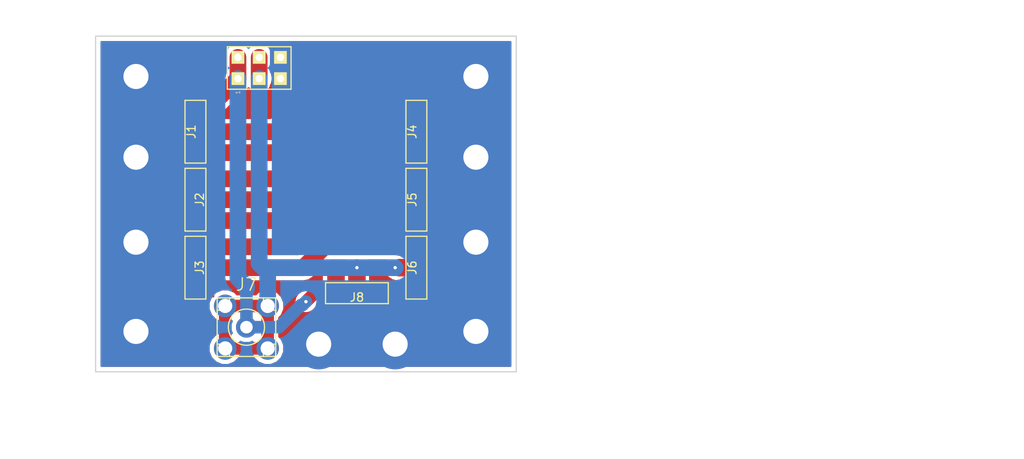
<source format=kicad_pcb>
(kicad_pcb (version 4) (host pcbnew 4.0.3-stable)

  (general
    (links 32)
    (no_connects 0)
    (area 0.178999 -40.461001 50.621001 -0.178999)
    (thickness 1.6)
    (drawings 4)
    (tracks 54)
    (zones 0)
    (modules 19)
    (nets 11)
  )

  (page A4)
  (layers
    (0 F.Cu signal)
    (31 B.Cu signal)
    (32 B.Adhes user)
    (33 F.Adhes user)
    (34 B.Paste user)
    (35 F.Paste user)
    (36 B.SilkS user)
    (37 F.SilkS user)
    (38 B.Mask user)
    (39 F.Mask user)
    (40 Dwgs.User user)
    (41 Cmts.User user)
    (42 Eco1.User user)
    (43 Eco2.User user)
    (44 Edge.Cuts user)
    (45 Margin user)
    (46 B.CrtYd user)
    (47 F.CrtYd user)
    (48 B.Fab user)
    (49 F.Fab user)
  )

  (setup
    (last_trace_width 1.5)
    (user_trace_width 0.5)
    (user_trace_width 0.8)
    (user_trace_width 0.9)
    (user_trace_width 1)
    (user_trace_width 1.2)
    (user_trace_width 1.5)
    (user_trace_width 2)
    (trace_clearance 0.3)
    (zone_clearance 0.508)
    (zone_45_only no)
    (trace_min 0.2)
    (segment_width 0.2)
    (edge_width 0.15)
    (via_size 0.8)
    (via_drill 0.4)
    (via_min_size 0.4)
    (via_min_drill 0.3)
    (uvia_size 0.3)
    (uvia_drill 0.1)
    (uvias_allowed no)
    (uvia_min_size 0.2)
    (uvia_min_drill 0.1)
    (pcb_text_width 0.3)
    (pcb_text_size 1.5 1.5)
    (mod_edge_width 0.15)
    (mod_text_size 1 1)
    (mod_text_width 0.15)
    (pad_size 6 6)
    (pad_drill 3)
    (pad_to_mask_clearance 0.2)
    (aux_axis_origin 0 0)
    (visible_elements 7FFFFF7F)
    (pcbplotparams
      (layerselection 0x00030_80000001)
      (usegerberextensions false)
      (excludeedgelayer true)
      (linewidth 0.500000)
      (plotframeref false)
      (viasonmask false)
      (mode 1)
      (useauxorigin false)
      (hpglpennumber 1)
      (hpglpenspeed 20)
      (hpglpendiameter 15)
      (hpglpenoverlay 2)
      (psnegative false)
      (psa4output false)
      (plotreference true)
      (plotvalue true)
      (plotinvisibletext false)
      (padsonsilk false)
      (subtractmaskfromsilk false)
      (outputformat 1)
      (mirror false)
      (drillshape 1)
      (scaleselection 1)
      (outputdirectory ""))
  )

  (net 0 "")
  (net 1 /2)
  (net 2 /1)
  (net 3 /OUT1)
  (net 4 /5)
  (net 5 /4)
  (net 6 /3)
  (net 7 GND)
  (net 8 /7)
  (net 9 /6)
  (net 10 /OUT2)

  (net_class Default "Toto je výchozí třída sítě."
    (clearance 0.3)
    (trace_width 0.25)
    (via_dia 0.8)
    (via_drill 0.4)
    (uvia_dia 0.3)
    (uvia_drill 0.1)
    (add_net /1)
    (add_net /2)
    (add_net /3)
    (add_net /4)
    (add_net /5)
    (add_net /6)
    (add_net /7)
    (add_net /OUT1)
    (add_net /OUT2)
    (add_net GND)
  )

  (module Mlab_CON:AVX_009175003001006 (layer F.Cu) (tedit 57D650B6) (tstamp 57D67150)
    (at 12.192 -20.828 90)
    (descr Punch_down_block)
    (path /57D68066)
    (fp_text reference J2 (at 0 0.5 90) (layer F.SilkS)
      (effects (font (size 1 1) (thickness 0.15)))
    )
    (fp_text value CONN_3 (at 0 -0.5 90) (layer F.Fab)
      (effects (font (size 1 1) (thickness 0.15)))
    )
    (fp_line (start -3.75 -1.25) (end 3.75 -1.25) (layer F.SilkS) (width 0.15))
    (fp_line (start 3.75 -1.25) (end 3.75 1.25) (layer F.SilkS) (width 0.15))
    (fp_line (start 3.75 1.25) (end -3.75 1.25) (layer F.SilkS) (width 0.15))
    (fp_line (start -3.75 1.25) (end -3.75 -1.25) (layer F.SilkS) (width 0.15))
    (pad 1 smd rect (at -2.5 0 90) (size 2.1 4.5) (layers F.Cu F.Paste F.Mask)
      (net 4 /5))
    (pad 2 smd rect (at 0 0 90) (size 2.1 4.5) (layers F.Cu F.Paste F.Mask)
      (net 5 /4))
    (pad 3 smd rect (at 2.5 0 90) (size 2.1 4.5) (layers F.Cu F.Paste F.Mask)
      (net 6 /3))
  )

  (module Mlab_CON:AVX_009175003001006 (layer F.Cu) (tedit 57D650B6) (tstamp 57D67149)
    (at 12.192 -28.956 270)
    (descr Punch_down_block)
    (path /57D67F43)
    (fp_text reference J1 (at 0 0.5 270) (layer F.SilkS)
      (effects (font (size 1 1) (thickness 0.15)))
    )
    (fp_text value CONN_3 (at 0 -0.5 270) (layer F.Fab)
      (effects (font (size 1 1) (thickness 0.15)))
    )
    (fp_line (start -3.75 -1.25) (end 3.75 -1.25) (layer F.SilkS) (width 0.15))
    (fp_line (start 3.75 -1.25) (end 3.75 1.25) (layer F.SilkS) (width 0.15))
    (fp_line (start 3.75 1.25) (end -3.75 1.25) (layer F.SilkS) (width 0.15))
    (fp_line (start -3.75 1.25) (end -3.75 -1.25) (layer F.SilkS) (width 0.15))
    (pad 1 smd rect (at -2.5 0 270) (size 2.1 4.5) (layers F.Cu F.Paste F.Mask)
      (net 3 /OUT1))
    (pad 2 smd rect (at 0 0 270) (size 2.1 4.5) (layers F.Cu F.Paste F.Mask)
      (net 2 /1))
    (pad 3 smd rect (at 2.5 0 270) (size 2.1 4.5) (layers F.Cu F.Paste F.Mask)
      (net 1 /2))
  )

  (module Mlab_CON:AVX_009175003001006 (layer F.Cu) (tedit 57D650B6) (tstamp 57D67157)
    (at 12.192 -12.7 90)
    (descr Punch_down_block)
    (path /57D68090)
    (fp_text reference J3 (at 0 0.5 90) (layer F.SilkS)
      (effects (font (size 1 1) (thickness 0.15)))
    )
    (fp_text value CONN_3 (at 0 -0.5 90) (layer F.Fab)
      (effects (font (size 1 1) (thickness 0.15)))
    )
    (fp_line (start -3.75 -1.25) (end 3.75 -1.25) (layer F.SilkS) (width 0.15))
    (fp_line (start 3.75 -1.25) (end 3.75 1.25) (layer F.SilkS) (width 0.15))
    (fp_line (start 3.75 1.25) (end -3.75 1.25) (layer F.SilkS) (width 0.15))
    (fp_line (start -3.75 1.25) (end -3.75 -1.25) (layer F.SilkS) (width 0.15))
    (pad 1 smd rect (at -2.5 0 90) (size 2.1 4.5) (layers F.Cu F.Paste F.Mask)
      (net 7 GND))
    (pad 2 smd rect (at 0 0 90) (size 2.1 4.5) (layers F.Cu F.Paste F.Mask)
      (net 8 /7))
    (pad 3 smd rect (at 2.5 0 90) (size 2.1 4.5) (layers F.Cu F.Paste F.Mask)
      (net 9 /6))
  )

  (module Mlab_CON:AVX_009175003001006 (layer F.Cu) (tedit 57D650B6) (tstamp 57D6715E)
    (at 38.608 -28.956 270)
    (descr Punch_down_block)
    (path /57D68149)
    (fp_text reference J4 (at 0 0.5 270) (layer F.SilkS)
      (effects (font (size 1 1) (thickness 0.15)))
    )
    (fp_text value CONN_3 (at 0 -0.5 270) (layer F.Fab)
      (effects (font (size 1 1) (thickness 0.15)))
    )
    (fp_line (start -3.75 -1.25) (end 3.75 -1.25) (layer F.SilkS) (width 0.15))
    (fp_line (start 3.75 -1.25) (end 3.75 1.25) (layer F.SilkS) (width 0.15))
    (fp_line (start 3.75 1.25) (end -3.75 1.25) (layer F.SilkS) (width 0.15))
    (fp_line (start -3.75 1.25) (end -3.75 -1.25) (layer F.SilkS) (width 0.15))
    (pad 1 smd rect (at -2.5 0 270) (size 2.1 4.5) (layers F.Cu F.Paste F.Mask)
      (net 2 /1))
    (pad 2 smd rect (at 0 0 270) (size 2.1 4.5) (layers F.Cu F.Paste F.Mask)
      (net 1 /2))
    (pad 3 smd rect (at 2.5 0 270) (size 2.1 4.5) (layers F.Cu F.Paste F.Mask)
      (net 6 /3))
  )

  (module Mlab_CON:AVX_009175003001006 (layer F.Cu) (tedit 57D650B6) (tstamp 57D67165)
    (at 38.608 -20.828 270)
    (descr Punch_down_block)
    (path /57D681F3)
    (fp_text reference J5 (at 0 0.5 270) (layer F.SilkS)
      (effects (font (size 1 1) (thickness 0.15)))
    )
    (fp_text value CONN_3 (at 0 -0.5 270) (layer F.Fab)
      (effects (font (size 1 1) (thickness 0.15)))
    )
    (fp_line (start -3.75 -1.25) (end 3.75 -1.25) (layer F.SilkS) (width 0.15))
    (fp_line (start 3.75 -1.25) (end 3.75 1.25) (layer F.SilkS) (width 0.15))
    (fp_line (start 3.75 1.25) (end -3.75 1.25) (layer F.SilkS) (width 0.15))
    (fp_line (start -3.75 1.25) (end -3.75 -1.25) (layer F.SilkS) (width 0.15))
    (pad 1 smd rect (at -2.5 0 270) (size 2.1 4.5) (layers F.Cu F.Paste F.Mask)
      (net 5 /4))
    (pad 2 smd rect (at 0 0 270) (size 2.1 4.5) (layers F.Cu F.Paste F.Mask)
      (net 4 /5))
    (pad 3 smd rect (at 2.5 0 270) (size 2.1 4.5) (layers F.Cu F.Paste F.Mask)
      (net 9 /6))
  )

  (module Mlab_CON:AVX_009175003001006 (layer F.Cu) (tedit 57D650B6) (tstamp 57D6716C)
    (at 38.608 -12.7 270)
    (descr Punch_down_block)
    (path /57D68228)
    (fp_text reference J6 (at 0 0.5 270) (layer F.SilkS)
      (effects (font (size 1 1) (thickness 0.15)))
    )
    (fp_text value CONN_3 (at 0 -0.5 270) (layer F.Fab)
      (effects (font (size 1 1) (thickness 0.15)))
    )
    (fp_line (start -3.75 -1.25) (end 3.75 -1.25) (layer F.SilkS) (width 0.15))
    (fp_line (start 3.75 -1.25) (end 3.75 1.25) (layer F.SilkS) (width 0.15))
    (fp_line (start 3.75 1.25) (end -3.75 1.25) (layer F.SilkS) (width 0.15))
    (fp_line (start -3.75 1.25) (end -3.75 -1.25) (layer F.SilkS) (width 0.15))
    (pad 1 smd rect (at -2.5 0 270) (size 2.1 4.5) (layers F.Cu F.Paste F.Mask)
      (net 8 /7))
    (pad 2 smd rect (at 0 0 270) (size 2.1 4.5) (layers F.Cu F.Paste F.Mask)
      (net 10 /OUT2))
    (pad 3 smd rect (at 2.5 0 270) (size 2.1 4.5) (layers F.Cu F.Paste F.Mask)
      (net 7 GND))
  )

  (module Mlab_CON:SMA6251A13G50 (layer F.Cu) (tedit 54BBE861) (tstamp 57D67175)
    (at 18.288 -5.588)
    (path /57D68C46)
    (fp_text reference J7 (at 0 -5.1) (layer F.SilkS)
      (effects (font (size 1.5 1.5) (thickness 0.15)))
    )
    (fp_text value SMA (at 0 5.1) (layer F.SilkS) hide
      (effects (font (size 1.5 1.5) (thickness 0.15)))
    )
    (fp_circle (center 0 0) (end -0.11 -2.16) (layer F.SilkS) (width 0.15))
    (fp_line (start 2.03 3.05) (end 3.05 3.05) (layer F.SilkS) (width 0.15))
    (fp_line (start 3.05 3.05) (end 3.05 2.03) (layer F.SilkS) (width 0.15))
    (fp_line (start -2.03 3.05) (end -3.05 3.05) (layer F.SilkS) (width 0.15))
    (fp_line (start -3.05 3.05) (end -3.05 2.03) (layer F.SilkS) (width 0.15))
    (fp_line (start -2.03 -3.05) (end -3.05 -3.05) (layer F.SilkS) (width 0.15))
    (fp_line (start -3.05 -3.05) (end -3.05 -2.03) (layer F.SilkS) (width 0.15))
    (fp_line (start 3.05 -3.05) (end 3.05 -2.03) (layer F.SilkS) (width 0.15))
    (fp_line (start 3.05 -3.05) (end 2.03 -3.05) (layer F.SilkS) (width 0.15))
    (fp_line (start 2.03 3.5) (end 2.03 2.03) (layer F.SilkS) (width 0.15))
    (fp_line (start 2.03 2.03) (end 3.5 2.03) (layer F.SilkS) (width 0.15))
    (fp_line (start -2.03 2.03) (end -2.03 3.5) (layer F.SilkS) (width 0.15))
    (fp_line (start -3.5 2.03) (end -2.03 2.03) (layer F.SilkS) (width 0.15))
    (fp_line (start 2.03 -3.5) (end 2.03 -2.03) (layer F.SilkS) (width 0.15))
    (fp_line (start 2.03 -2.03) (end 3.5 -2.03) (layer F.SilkS) (width 0.15))
    (fp_line (start -2.03 -3.5) (end -2.03 -2.03) (layer F.SilkS) (width 0.15))
    (fp_line (start -2.03 -2.03) (end -3.5 -2.03) (layer F.SilkS) (width 0.15))
    (fp_line (start -3.5 3.5) (end 3.5 3.5) (layer F.SilkS) (width 0.15))
    (fp_line (start 3.5 3.5) (end 3.5 -3.5) (layer F.SilkS) (width 0.15))
    (fp_line (start 3.5 -3.5) (end -3.5 -3.5) (layer F.SilkS) (width 0.15))
    (fp_line (start -3.5 -3.5) (end -3.5 3.5) (layer F.SilkS) (width 0.15))
    (pad 1 thru_hole circle (at 0 0 180) (size 2.5 2.5) (drill 1.5) (layers *.Cu *.Mask)
      (net 3 /OUT1))
    (pad 2 thru_hole circle (at 2.54 2.54 180) (size 2.7 2.7) (drill 1.7) (layers *.Cu *.Mask)
      (net 10 /OUT2))
    (pad 2 thru_hole circle (at -2.54 2.54 180) (size 2.7 2.7) (drill 1.7) (layers *.Cu *.Mask)
      (net 10 /OUT2))
    (pad 2 thru_hole circle (at -2.54 -2.54 180) (size 2.7 2.7) (drill 1.7) (layers *.Cu *.Mask)
      (net 10 /OUT2))
    (pad 2 thru_hole circle (at 2.54 -2.54 180) (size 2.7 2.7) (drill 1.7) (layers *.Cu *.Mask)
      (net 10 /OUT2))
  )

  (module Mlab_CON:AVX_009175003001006 (layer F.Cu) (tedit 57D650B6) (tstamp 57D6717C)
    (at 31.496 -9.652)
    (descr Punch_down_block)
    (path /57D6A762)
    (fp_text reference J8 (at 0 0.5) (layer F.SilkS)
      (effects (font (size 1 1) (thickness 0.15)))
    )
    (fp_text value CONN_3 (at 0 -0.5) (layer F.Fab)
      (effects (font (size 1 1) (thickness 0.15)))
    )
    (fp_line (start -3.75 -1.25) (end 3.75 -1.25) (layer F.SilkS) (width 0.15))
    (fp_line (start 3.75 -1.25) (end 3.75 1.25) (layer F.SilkS) (width 0.15))
    (fp_line (start 3.75 1.25) (end -3.75 1.25) (layer F.SilkS) (width 0.15))
    (fp_line (start -3.75 1.25) (end -3.75 -1.25) (layer F.SilkS) (width 0.15))
    (pad 1 smd rect (at -2.5 0) (size 2.1 4.5) (layers F.Cu F.Paste F.Mask)
      (net 3 /OUT1))
    (pad 2 smd rect (at 0 0) (size 2.1 4.5) (layers F.Cu F.Paste F.Mask)
      (net 10 /OUT2))
    (pad 3 smd rect (at 2.5 0) (size 2.1 4.5) (layers F.Cu F.Paste F.Mask)
      (net 7 GND))
  )

  (module Mlab_Pin_Headers:Straight_2x03 (layer F.Cu) (tedit 55DC1460) (tstamp 57D67186)
    (at 19.812 -36.576 90)
    (descr "pin header straight 2x03")
    (tags "pin header straight 2x03")
    (path /57D697CE)
    (fp_text reference J9 (at 0 -5.08 90) (layer F.SilkS) hide
      (effects (font (size 1.5 1.5) (thickness 0.15)))
    )
    (fp_text value JUMP_3X2 (at 0 5.08 90) (layer F.SilkS) hide
      (effects (font (size 1.5 1.5) (thickness 0.15)))
    )
    (fp_text user 1 (at -2.921 -2.54 90) (layer F.SilkS)
      (effects (font (size 0.5 0.5) (thickness 0.05)))
    )
    (fp_line (start -2.54 -3.81) (end 2.54 -3.81) (layer F.SilkS) (width 0.15))
    (fp_line (start 2.54 -3.81) (end 2.54 3.81) (layer F.SilkS) (width 0.15))
    (fp_line (start 2.54 3.81) (end -2.54 3.81) (layer F.SilkS) (width 0.15))
    (fp_line (start -2.54 3.81) (end -2.54 -3.81) (layer F.SilkS) (width 0.15))
    (pad 1 thru_hole rect (at -1.27 -2.54 90) (size 1.524 1.524) (drill 0.889) (layers *.Cu *.Mask F.SilkS)
      (net 3 /OUT1))
    (pad 2 thru_hole rect (at 1.27 -2.54 90) (size 1.524 1.524) (drill 0.889) (layers *.Cu *.Mask F.SilkS)
      (net 3 /OUT1))
    (pad 3 thru_hole rect (at -1.27 0 90) (size 1.524 1.524) (drill 0.889) (layers *.Cu *.Mask F.SilkS)
      (net 10 /OUT2))
    (pad 4 thru_hole rect (at 1.27 0 90) (size 1.524 1.524) (drill 0.889) (layers *.Cu *.Mask F.SilkS)
      (net 10 /OUT2))
    (pad 5 thru_hole rect (at -1.27 2.54 90) (size 1.524 1.524) (drill 0.889) (layers *.Cu *.Mask F.SilkS)
      (net 7 GND))
    (pad 6 thru_hole rect (at 1.27 2.54 90) (size 1.524 1.524) (drill 0.889) (layers *.Cu *.Mask F.SilkS)
      (net 7 GND))
    (model Pin_Headers/Pin_Header_Straight_2x03.wrl
      (at (xyz 0 0 0))
      (scale (xyz 1 1 1))
      (rotate (xyz 0 0 90))
    )
  )

  (module Mlab_Mechanical:MountingHole_3mm placed (layer F.Cu) (tedit 5535DB2C) (tstamp 57D6718B)
    (at 45.72 -35.56)
    (descr "Mounting hole, Befestigungsbohrung, 3mm, No Annular, Kein Restring,")
    (tags "Mounting hole, Befestigungsbohrung, 3mm, No Annular, Kein Restring,")
    (path /57D299A2)
    (fp_text reference M1 (at 0 -4.191) (layer F.SilkS) hide
      (effects (font (thickness 0.3048)))
    )
    (fp_text value HOLE (at 0 4.191) (layer F.SilkS) hide
      (effects (font (thickness 0.3048)))
    )
    (fp_circle (center 0 0) (end 2.99974 0) (layer Cmts.User) (width 0.381))
    (pad 1 thru_hole circle (at 0 0) (size 6 6) (drill 3) (layers *.Cu *.Adhes *.Mask)
      (net 7 GND) (clearance 1) (zone_connect 2))
  )

  (module Mlab_Mechanical:MountingHole_3mm placed (layer F.Cu) (tedit 5535DB2C) (tstamp 57D67190)
    (at 45.72 -5.08)
    (descr "Mounting hole, Befestigungsbohrung, 3mm, No Annular, Kein Restring,")
    (tags "Mounting hole, Befestigungsbohrung, 3mm, No Annular, Kein Restring,")
    (path /57D2A387)
    (fp_text reference M2 (at 0 -4.191) (layer F.SilkS) hide
      (effects (font (thickness 0.3048)))
    )
    (fp_text value HOLE (at 0 4.191) (layer F.SilkS) hide
      (effects (font (thickness 0.3048)))
    )
    (fp_circle (center 0 0) (end 2.99974 0) (layer Cmts.User) (width 0.381))
    (pad 1 thru_hole circle (at 0 0) (size 6 6) (drill 3) (layers *.Cu *.Adhes *.Mask)
      (net 7 GND) (clearance 1) (zone_connect 2))
  )

  (module Mlab_Mechanical:MountingHole_3mm placed (layer F.Cu) (tedit 5535DB2C) (tstamp 57D67195)
    (at 5.08 -35.56)
    (descr "Mounting hole, Befestigungsbohrung, 3mm, No Annular, Kein Restring,")
    (tags "Mounting hole, Befestigungsbohrung, 3mm, No Annular, Kein Restring,")
    (path /57D2A075)
    (fp_text reference M3 (at 0 -4.191) (layer F.SilkS) hide
      (effects (font (thickness 0.3048)))
    )
    (fp_text value HOLE (at 0 4.191) (layer F.SilkS) hide
      (effects (font (thickness 0.3048)))
    )
    (fp_circle (center 0 0) (end 2.99974 0) (layer Cmts.User) (width 0.381))
    (pad 1 thru_hole circle (at 0 0) (size 6 6) (drill 3) (layers *.Cu *.Adhes *.Mask)
      (net 7 GND) (clearance 1) (zone_connect 2))
  )

  (module Mlab_Mechanical:MountingHole_3mm placed (layer F.Cu) (tedit 5535DB2C) (tstamp 57D6719A)
    (at 5.08 -5.08)
    (descr "Mounting hole, Befestigungsbohrung, 3mm, No Annular, Kein Restring,")
    (tags "Mounting hole, Befestigungsbohrung, 3mm, No Annular, Kein Restring,")
    (path /57D2A395)
    (fp_text reference M4 (at 0 -4.191) (layer F.SilkS) hide
      (effects (font (thickness 0.3048)))
    )
    (fp_text value HOLE (at 0 4.191) (layer F.SilkS) hide
      (effects (font (thickness 0.3048)))
    )
    (fp_circle (center 0 0) (end 2.99974 0) (layer Cmts.User) (width 0.381))
    (pad 1 thru_hole circle (at 0 0) (size 6 6) (drill 3) (layers *.Cu *.Adhes *.Mask)
      (net 7 GND) (clearance 1) (zone_connect 2))
  )

  (module Mlab_Mechanical:MountingHole_3mm placed (layer F.Cu) (tedit 5535DB2C) (tstamp 57D791C6)
    (at 45.72 -25.908)
    (descr "Mounting hole, Befestigungsbohrung, 3mm, No Annular, Kein Restring,")
    (tags "Mounting hole, Befestigungsbohrung, 3mm, No Annular, Kein Restring,")
    (path /57D79423)
    (fp_text reference M5 (at 0 -4.191) (layer F.SilkS) hide
      (effects (font (thickness 0.3048)))
    )
    (fp_text value HOLE (at 0 4.191) (layer F.SilkS) hide
      (effects (font (thickness 0.3048)))
    )
    (fp_circle (center 0 0) (end 2.99974 0) (layer Cmts.User) (width 0.381))
    (pad 1 thru_hole circle (at 0 0) (size 6 6) (drill 3) (layers *.Cu *.Adhes *.Mask)
      (net 7 GND) (clearance 1) (zone_connect 2))
  )

  (module Mlab_Mechanical:MountingHole_3mm placed (layer F.Cu) (tedit 57D79264) (tstamp 57D791CC)
    (at 45.72 -15.748)
    (descr "Mounting hole, Befestigungsbohrung, 3mm, No Annular, Kein Restring,")
    (tags "Mounting hole, Befestigungsbohrung, 3mm, No Annular, Kein Restring,")
    (path /57D7942F)
    (fp_text reference M6 (at 0 -4.191) (layer F.SilkS) hide
      (effects (font (thickness 0.3048)))
    )
    (fp_text value HOLE (at 0 4.191) (layer F.SilkS) hide
      (effects (font (thickness 0.3048)))
    )
    (fp_circle (center 0 0) (end 2.99974 0) (layer Cmts.User) (width 0.381))
    (pad 1 thru_hole circle (at 0 0) (size 6 6) (drill 3) (layers *.Cu *.Adhes *.Mask)
      (net 7 GND) (clearance 1) (zone_connect 2))
  )

  (module Mlab_Mechanical:MountingHole_3mm placed (layer F.Cu) (tedit 5535DB2C) (tstamp 57D79250)
    (at 5.08 -25.908)
    (descr "Mounting hole, Befestigungsbohrung, 3mm, No Annular, Kein Restring,")
    (tags "Mounting hole, Befestigungsbohrung, 3mm, No Annular, Kein Restring,")
    (path /57D7990B)
    (fp_text reference M7 (at 0 -4.191) (layer F.SilkS) hide
      (effects (font (thickness 0.3048)))
    )
    (fp_text value HOLE (at 0 4.191) (layer F.SilkS) hide
      (effects (font (thickness 0.3048)))
    )
    (fp_circle (center 0 0) (end 2.99974 0) (layer Cmts.User) (width 0.381))
    (pad 1 thru_hole circle (at 0 0) (size 6 6) (drill 3) (layers *.Cu *.Adhes *.Mask)
      (net 7 GND) (clearance 1) (zone_connect 2))
  )

  (module Mlab_Mechanical:MountingHole_3mm placed (layer F.Cu) (tedit 5535DB2C) (tstamp 57D79256)
    (at 5.08 -15.748)
    (descr "Mounting hole, Befestigungsbohrung, 3mm, No Annular, Kein Restring,")
    (tags "Mounting hole, Befestigungsbohrung, 3mm, No Annular, Kein Restring,")
    (path /57D79917)
    (fp_text reference M8 (at 0 -4.191) (layer F.SilkS) hide
      (effects (font (thickness 0.3048)))
    )
    (fp_text value HOLE (at 0 4.191) (layer F.SilkS) hide
      (effects (font (thickness 0.3048)))
    )
    (fp_circle (center 0 0) (end 2.99974 0) (layer Cmts.User) (width 0.381))
    (pad 1 thru_hole circle (at 0 0) (size 6 6) (drill 3) (layers *.Cu *.Adhes *.Mask)
      (net 7 GND) (clearance 1) (zone_connect 2))
  )

  (module Mlab_Mechanical:MountingHole_3mm placed (layer F.Cu) (tedit 5535DB2C) (tstamp 57D7925C)
    (at 36.068 -3.556)
    (descr "Mounting hole, Befestigungsbohrung, 3mm, No Annular, Kein Restring,")
    (tags "Mounting hole, Befestigungsbohrung, 3mm, No Annular, Kein Restring,")
    (path /57D79927)
    (fp_text reference M9 (at 0 -4.191) (layer F.SilkS) hide
      (effects (font (thickness 0.3048)))
    )
    (fp_text value HOLE (at 0 4.191) (layer F.SilkS) hide
      (effects (font (thickness 0.3048)))
    )
    (fp_circle (center 0 0) (end 2.99974 0) (layer Cmts.User) (width 0.381))
    (pad 1 thru_hole circle (at 0 0) (size 6 6) (drill 3) (layers *.Cu *.Adhes *.Mask)
      (net 7 GND) (clearance 1) (zone_connect 2))
  )

  (module Mlab_Mechanical:MountingHole_3mm placed (layer F.Cu) (tedit 5535DB2C) (tstamp 57D79262)
    (at 26.924 -3.556)
    (descr "Mounting hole, Befestigungsbohrung, 3mm, No Annular, Kein Restring,")
    (tags "Mounting hole, Befestigungsbohrung, 3mm, No Annular, Kein Restring,")
    (path /57D79933)
    (fp_text reference M10 (at 0 -4.191) (layer F.SilkS) hide
      (effects (font (thickness 0.3048)))
    )
    (fp_text value HOLE (at 0 4.191) (layer F.SilkS) hide
      (effects (font (thickness 0.3048)))
    )
    (fp_circle (center 0 0) (end 2.99974 0) (layer Cmts.User) (width 0.381))
    (pad 1 thru_hole circle (at 0 0) (size 6 6) (drill 3) (layers *.Cu *.Adhes *.Mask)
      (net 7 GND) (clearance 1) (zone_connect 2))
  )

  (gr_line (start 0.254 -0.254) (end 0.254 -40.386) (angle 90) (layer Edge.Cuts) (width 0.15))
  (gr_line (start 50.546 -0.254) (end 0.254 -0.254) (angle 90) (layer Edge.Cuts) (width 0.15))
  (gr_line (start 50.546 -40.386) (end 50.546 -0.254) (angle 90) (layer Edge.Cuts) (width 0.15))
  (gr_line (start 0.254 -40.386) (end 50.546 -40.386) (angle 90) (layer Edge.Cuts) (width 0.15))

  (segment (start 12.192 -26.456) (end 22.596705 -26.456) (width 2) (layer F.Cu) (net 1))
  (segment (start 22.596705 -26.456) (end 25.096705 -28.956) (width 2) (layer F.Cu) (net 1))
  (segment (start 25.096705 -28.956) (end 34.358 -28.956) (width 2) (layer F.Cu) (net 1))
  (segment (start 34.358 -28.956) (end 38.608 -28.956) (width 2) (layer F.Cu) (net 1))
  (segment (start 21.844 -28.956) (end 24.344 -31.456) (width 2) (layer F.Cu) (net 2))
  (segment (start 24.344 -31.456) (end 38.608 -31.456) (width 2) (layer F.Cu) (net 2))
  (segment (start 12.192 -28.956) (end 21.844 -28.956) (width 2) (layer F.Cu) (net 2))
  (segment (start 18.288 -5.588) (end 22.173999 -5.588) (width 1.5) (layer B.Cu) (net 3))
  (segment (start 22.173999 -5.588) (end 24.822 -8.236001) (width 1.5) (layer B.Cu) (net 3))
  (segment (start 24.822 -8.236001) (end 25.000001 -8.236001) (width 1.5) (layer B.Cu) (net 3))
  (segment (start 25.000001 -8.236001) (end 25.4 -8.636) (width 1.5) (layer B.Cu) (net 3))
  (segment (start 28.996 -9.652) (end 26.416 -9.652) (width 1.5) (layer F.Cu) (net 3))
  (segment (start 26.416 -9.652) (end 25.4 -8.636) (width 1.5) (layer F.Cu) (net 3))
  (via (at 25.4 -8.636) (size 0.8) (drill 0.4) (layers F.Cu B.Cu) (net 3))
  (segment (start 18.288 -10.16) (end 18.288 -10.463295) (width 2) (layer B.Cu) (net 3))
  (segment (start 18.288 -10.463295) (end 17.272 -11.479295) (width 2) (layer B.Cu) (net 3))
  (segment (start 17.272 -11.479295) (end 17.272 -32.544) (width 2) (layer B.Cu) (net 3))
  (segment (start 17.272 -32.544) (end 17.272 -35.306) (width 2) (layer B.Cu) (net 3))
  (segment (start 18.288 -5.588) (end 18.288 -10.16) (width 1.5) (layer B.Cu) (net 3))
  (segment (start 17.272 -35.306) (end 17.272 -37.846) (width 2) (layer F.Cu) (net 3))
  (segment (start 12.192 -31.456) (end 13.422 -31.456) (width 2) (layer F.Cu) (net 3))
  (segment (start 13.422 -31.456) (end 17.272 -35.306) (width 2) (layer F.Cu) (net 3))
  (segment (start 12.192 -18.328) (end 24.226819 -18.328) (width 2) (layer F.Cu) (net 4))
  (segment (start 24.226819 -18.328) (end 26.726819 -20.828) (width 2) (layer F.Cu) (net 4))
  (segment (start 26.726819 -20.828) (end 34.358 -20.828) (width 2) (layer F.Cu) (net 4))
  (segment (start 34.358 -20.828) (end 38.608 -20.828) (width 2) (layer F.Cu) (net 4))
  (segment (start 38.608 -23.328) (end 25.974114 -23.328) (width 2) (layer F.Cu) (net 5))
  (segment (start 25.974114 -23.328) (end 23.474114 -20.828) (width 2) (layer F.Cu) (net 5))
  (segment (start 12.192 -20.828) (end 23.474114 -20.828) (width 2) (layer F.Cu) (net 5))
  (segment (start 12.192 -23.328) (end 22.72141 -23.328) (width 2) (layer F.Cu) (net 6))
  (segment (start 22.72141 -23.328) (end 25.84941 -26.456) (width 2) (layer F.Cu) (net 6))
  (segment (start 25.84941 -26.456) (end 38.608 -26.456) (width 2) (layer F.Cu) (net 6))
  (segment (start 12.192 -12.7) (end 25.104227 -12.7) (width 2) (layer F.Cu) (net 8))
  (segment (start 25.104227 -12.7) (end 27.604227 -15.2) (width 2) (layer F.Cu) (net 8))
  (segment (start 27.604227 -15.2) (end 38.608 -15.2) (width 2) (layer F.Cu) (net 8))
  (segment (start 12.192 -15.2) (end 24.351523 -15.2) (width 2) (layer F.Cu) (net 9))
  (segment (start 24.351523 -15.2) (end 27.479523 -18.328) (width 2) (layer F.Cu) (net 9))
  (segment (start 27.479523 -18.328) (end 34.358 -18.328) (width 2) (layer F.Cu) (net 9))
  (segment (start 34.358 -18.328) (end 38.608 -18.328) (width 2) (layer F.Cu) (net 9))
  (segment (start 20.828 -8.128) (end 20.828 -12.192) (width 2) (layer B.Cu) (net 10))
  (segment (start 20.828 -12.192) (end 19.812 -13.208) (width 2) (layer B.Cu) (net 10))
  (segment (start 19.812 -35.306) (end 19.812 -13.208) (width 2) (layer B.Cu) (net 10))
  (segment (start 31.496 -12.7) (end 20.32 -12.7) (width 2) (layer B.Cu) (net 10))
  (segment (start 20.32 -12.7) (end 19.812 -13.208) (width 2) (layer B.Cu) (net 10))
  (segment (start 38.608 -12.7) (end 36.346001 -12.7) (width 2) (layer F.Cu) (net 10))
  (segment (start 31.496 -12.7) (end 36.068 -12.7) (width 2) (layer B.Cu) (net 10))
  (via (at 36.068 -12.7) (size 0.8) (drill 0.4) (layers F.Cu B.Cu) (net 10))
  (segment (start 31.496 -9.652) (end 31.496 -12.7) (width 2) (layer F.Cu) (net 10))
  (via (at 31.496 -12.7) (size 0.8) (drill 0.4) (layers F.Cu B.Cu) (net 10))
  (segment (start 20.828 -3.048) (end 15.748 -3.048) (width 1.5) (layer F.Cu) (net 10))
  (segment (start 20.828 -8.128) (end 20.828 -3.048) (width 1.5) (layer F.Cu) (net 10))
  (segment (start 15.748 -8.128) (end 20.828 -8.128) (width 1.5) (layer F.Cu) (net 10))
  (segment (start 15.748 -3.048) (end 15.748 -8.128) (width 1.5) (layer F.Cu) (net 10))
  (segment (start 19.812 -37.846) (end 19.812 -35.306) (width 2) (layer F.Cu) (net 10))

  (zone (net 7) (net_name GND) (layer F.Cu) (tstamp 0) (hatch edge 0.508)
    (connect_pads yes (clearance 0.508))
    (min_thickness 0.254)
    (fill yes (arc_segments 16) (thermal_gap 0.508) (thermal_bridge_width 0.508))
    (polygon
      (pts
        (xy -1.016 -41.656) (xy 88.392 -41.656) (xy 88.392 2.032) (xy -2.54 2.032)
      )
    )
    (filled_polygon
      (pts
        (xy 49.836 -0.964) (xy 0.964 -0.964) (xy 0.964 -7.734891) (xy 13.762657 -7.734891) (xy 14.064218 -7.005057)
        (xy 14.363 -6.705753) (xy 14.363 -4.470182) (xy 14.066181 -4.17388) (xy 13.763346 -3.444573) (xy 13.762657 -2.654891)
        (xy 14.064218 -1.925057) (xy 14.62212 -1.366181) (xy 15.351427 -1.063346) (xy 16.141109 -1.062657) (xy 16.870943 -1.364218)
        (xy 17.170247 -1.663) (xy 19.405818 -1.663) (xy 19.70212 -1.366181) (xy 20.431427 -1.063346) (xy 21.221109 -1.062657)
        (xy 21.950943 -1.364218) (xy 22.509819 -1.92212) (xy 22.812654 -2.651427) (xy 22.813343 -3.441109) (xy 22.511782 -4.170943)
        (xy 22.213 -4.470247) (xy 22.213 -6.705818) (xy 22.509819 -7.00212) (xy 22.812654 -7.731427) (xy 22.813343 -8.521109)
        (xy 22.511782 -9.250943) (xy 21.95388 -9.809819) (xy 21.224573 -10.112654) (xy 20.434891 -10.113343) (xy 19.705057 -9.811782)
        (xy 19.405753 -9.513) (xy 17.170182 -9.513) (xy 16.87388 -9.809819) (xy 16.144573 -10.112654) (xy 15.354891 -10.113343)
        (xy 14.625057 -9.811782) (xy 14.066181 -9.25388) (xy 13.763346 -8.524573) (xy 13.762657 -7.734891) (xy 0.964 -7.734891)
        (xy 0.964 -32.506) (xy 9.29456 -32.506) (xy 9.29456 -30.406) (xy 9.333574 -30.198658) (xy 9.29456 -30.006)
        (xy 9.29456 -27.906) (xy 9.333574 -27.698658) (xy 9.29456 -27.506) (xy 9.29456 -25.406) (xy 9.338838 -25.170683)
        (xy 9.47791 -24.954559) (xy 9.568815 -24.892446) (xy 9.490559 -24.84209) (xy 9.345569 -24.62989) (xy 9.29456 -24.378)
        (xy 9.29456 -22.278) (xy 9.333574 -22.070658) (xy 9.29456 -21.878) (xy 9.29456 -19.778) (xy 9.333574 -19.570658)
        (xy 9.29456 -19.378) (xy 9.29456 -17.278) (xy 9.338838 -17.042683) (xy 9.47791 -16.826559) (xy 9.568815 -16.764446)
        (xy 9.490559 -16.71409) (xy 9.345569 -16.50189) (xy 9.29456 -16.25) (xy 9.29456 -14.15) (xy 9.333574 -13.942658)
        (xy 9.29456 -13.75) (xy 9.29456 -11.65) (xy 9.338838 -11.414683) (xy 9.47791 -11.198559) (xy 9.69011 -11.053569)
        (xy 9.942 -11.00256) (xy 14.442 -11.00256) (xy 14.677317 -11.046838) (xy 14.705542 -11.065) (xy 25.104222 -11.065)
        (xy 25.104227 -11.064999) (xy 25.729915 -11.189457) (xy 26.260347 -11.54388) (xy 28.281467 -13.565) (xy 30.14536 -13.565)
        (xy 29.985457 -13.325687) (xy 29.861 -12.7) (xy 29.861 -12.54944) (xy 27.946 -12.54944) (xy 27.710683 -12.505162)
        (xy 27.494559 -12.36609) (xy 27.349569 -12.15389) (xy 27.29856 -11.902) (xy 27.29856 -11.037) (xy 26.416 -11.037)
        (xy 25.885983 -10.931573) (xy 25.436657 -10.631343) (xy 24.420657 -9.615343) (xy 24.120427 -9.166016) (xy 24.015 -8.636)
        (xy 24.120427 -8.105984) (xy 24.420657 -7.656657) (xy 24.869984 -7.356427) (xy 25.4 -7.251) (xy 25.930016 -7.356427)
        (xy 26.379343 -7.656657) (xy 26.989686 -8.267) (xy 27.29856 -8.267) (xy 27.29856 -7.402) (xy 27.342838 -7.166683)
        (xy 27.48191 -6.950559) (xy 27.69411 -6.805569) (xy 27.946 -6.75456) (xy 30.046 -6.75456) (xy 30.253342 -6.793574)
        (xy 30.446 -6.75456) (xy 32.546 -6.75456) (xy 32.781317 -6.798838) (xy 32.997441 -6.93791) (xy 33.142431 -7.15011)
        (xy 33.19344 -7.402) (xy 33.19344 -11.902) (xy 33.149162 -12.137317) (xy 33.131 -12.165542) (xy 33.131 -12.7)
        (xy 33.006543 -13.325687) (xy 32.84664 -13.565) (xy 34.995361 -13.565) (xy 34.835458 -13.325687) (xy 34.711001 -12.7)
        (xy 34.835458 -12.074313) (xy 35.189881 -11.54388) (xy 35.720314 -11.189457) (xy 35.983993 -11.137008) (xy 36.10611 -11.053569)
        (xy 36.358 -11.00256) (xy 40.858 -11.00256) (xy 41.093317 -11.046838) (xy 41.309441 -11.18591) (xy 41.454431 -11.39811)
        (xy 41.50544 -11.65) (xy 41.50544 -13.75) (xy 41.466426 -13.957342) (xy 41.50544 -14.15) (xy 41.50544 -16.25)
        (xy 41.461162 -16.485317) (xy 41.32209 -16.701441) (xy 41.231185 -16.763554) (xy 41.309441 -16.81391) (xy 41.454431 -17.02611)
        (xy 41.50544 -17.278) (xy 41.50544 -19.378) (xy 41.466426 -19.585342) (xy 41.50544 -19.778) (xy 41.50544 -21.878)
        (xy 41.466426 -22.085342) (xy 41.50544 -22.278) (xy 41.50544 -24.378) (xy 41.461162 -24.613317) (xy 41.32209 -24.829441)
        (xy 41.231185 -24.891554) (xy 41.309441 -24.94191) (xy 41.454431 -25.15411) (xy 41.50544 -25.406) (xy 41.50544 -27.506)
        (xy 41.466426 -27.713342) (xy 41.50544 -27.906) (xy 41.50544 -30.006) (xy 41.466426 -30.213342) (xy 41.50544 -30.406)
        (xy 41.50544 -32.506) (xy 41.461162 -32.741317) (xy 41.32209 -32.957441) (xy 41.10989 -33.102431) (xy 40.858 -33.15344)
        (xy 36.358 -33.15344) (xy 36.122683 -33.109162) (xy 36.094458 -33.091) (xy 24.344005 -33.091) (xy 24.344 -33.091001)
        (xy 23.718312 -32.966543) (xy 23.18788 -32.61212) (xy 21.16676 -30.591) (xy 15.08944 -30.591) (xy 15.08944 -30.8112)
        (xy 18.207433 -33.929194) (xy 18.269317 -33.940838) (xy 18.485441 -34.07991) (xy 18.541374 -34.16177) (xy 18.58591 -34.092559)
        (xy 18.79811 -33.947569) (xy 19.028479 -33.900918) (xy 19.186313 -33.795457) (xy 19.812 -33.671) (xy 20.437687 -33.795457)
        (xy 20.594878 -33.900489) (xy 20.809317 -33.940838) (xy 21.025441 -34.07991) (xy 21.170431 -34.29211) (xy 21.217082 -34.522479)
        (xy 21.322543 -34.680313) (xy 21.447 -35.306) (xy 21.447 -37.846) (xy 21.322543 -38.471687) (xy 21.217511 -38.628878)
        (xy 21.177162 -38.843317) (xy 21.03809 -39.059441) (xy 20.82589 -39.204431) (xy 20.595521 -39.251082) (xy 20.437687 -39.356543)
        (xy 19.812 -39.481) (xy 19.186313 -39.356543) (xy 19.029122 -39.251511) (xy 18.814683 -39.211162) (xy 18.598559 -39.07209)
        (xy 18.542626 -38.99023) (xy 18.49809 -39.059441) (xy 18.28589 -39.204431) (xy 18.055521 -39.251082) (xy 17.897687 -39.356543)
        (xy 17.272 -39.481) (xy 16.646313 -39.356543) (xy 16.489122 -39.251511) (xy 16.274683 -39.211162) (xy 16.058559 -39.07209)
        (xy 15.913569 -38.85989) (xy 15.866918 -38.629521) (xy 15.761457 -38.471687) (xy 15.637 -37.846) (xy 15.637 -35.983239)
        (xy 12.8072 -33.15344) (xy 9.942 -33.15344) (xy 9.706683 -33.109162) (xy 9.490559 -32.97009) (xy 9.345569 -32.75789)
        (xy 9.29456 -32.506) (xy 0.964 -32.506) (xy 0.964 -39.676) (xy 49.836 -39.676)
      )
    )
  )
  (zone (net 7) (net_name GND) (layer B.Cu) (tstamp 57D67FF9) (hatch edge 0.508)
    (connect_pads yes (clearance 0.508))
    (min_thickness 0.254)
    (fill yes (arc_segments 16) (thermal_gap 0.508) (thermal_bridge_width 0.508))
    (polygon
      (pts
        (xy 111.252 -43.688) (xy 106.172 5.08) (xy -11.176 10.16) (xy -8.130536 -44.658356)
      )
    )
    (filled_polygon
      (pts
        (xy 49.836 -0.964) (xy 0.964 -0.964) (xy 0.964 -7.734891) (xy 13.762657 -7.734891) (xy 14.064218 -7.005057)
        (xy 14.62212 -6.446181) (xy 15.351427 -6.143346) (xy 16.141109 -6.142657) (xy 16.546886 -6.31032) (xy 16.403328 -5.964595)
        (xy 16.402674 -5.214695) (xy 16.546924 -4.865583) (xy 16.144573 -5.032654) (xy 15.354891 -5.033343) (xy 14.625057 -4.731782)
        (xy 14.066181 -4.17388) (xy 13.763346 -3.444573) (xy 13.762657 -2.654891) (xy 14.064218 -1.925057) (xy 14.62212 -1.366181)
        (xy 15.351427 -1.063346) (xy 16.141109 -1.062657) (xy 16.870943 -1.364218) (xy 17.429819 -1.92212) (xy 17.732654 -2.651427)
        (xy 17.733343 -3.441109) (xy 17.56568 -3.846886) (xy 17.911405 -3.703328) (xy 18.661305 -3.702674) (xy 19.010417 -3.846924)
        (xy 18.843346 -3.444573) (xy 18.842657 -2.654891) (xy 19.144218 -1.925057) (xy 19.70212 -1.366181) (xy 20.431427 -1.063346)
        (xy 21.221109 -1.062657) (xy 21.950943 -1.364218) (xy 22.509819 -1.92212) (xy 22.812654 -2.651427) (xy 22.813343 -3.441109)
        (xy 22.511782 -4.170943) (xy 22.429122 -4.253747) (xy 22.704016 -4.308427) (xy 23.153342 -4.608657) (xy 25.493936 -6.949251)
        (xy 25.530018 -6.956428) (xy 25.979344 -7.256658) (xy 26.379343 -7.656657) (xy 26.679573 -8.105984) (xy 26.785 -8.636)
        (xy 26.679573 -9.166016) (xy 26.379343 -9.615343) (xy 25.930016 -9.915573) (xy 25.4 -10.021) (xy 24.869984 -9.915573)
        (xy 24.420657 -9.615343) (xy 24.328065 -9.522751) (xy 24.291983 -9.515574) (xy 23.980092 -9.307175) (xy 23.842657 -9.215344)
        (xy 22.81305 -8.185737) (xy 22.813343 -8.521109) (xy 22.511782 -9.250943) (xy 22.463 -9.29981) (xy 22.463 -11.065)
        (xy 36.068 -11.065) (xy 36.693687 -11.189457) (xy 37.22412 -11.54388) (xy 37.578543 -12.074313) (xy 37.703 -12.7)
        (xy 37.578543 -13.325687) (xy 37.22412 -13.85612) (xy 36.693687 -14.210543) (xy 36.068 -14.335) (xy 21.447 -14.335)
        (xy 21.447 -35.306) (xy 21.322543 -35.931687) (xy 21.217511 -36.088878) (xy 21.177162 -36.303317) (xy 21.03809 -36.519441)
        (xy 20.95623 -36.575374) (xy 21.025441 -36.61991) (xy 21.170431 -36.83211) (xy 21.22144 -37.084) (xy 21.22144 -38.608)
        (xy 21.177162 -38.843317) (xy 21.03809 -39.059441) (xy 20.82589 -39.204431) (xy 20.574 -39.25544) (xy 19.05 -39.25544)
        (xy 18.814683 -39.211162) (xy 18.598559 -39.07209) (xy 18.542626 -38.99023) (xy 18.49809 -39.059441) (xy 18.28589 -39.204431)
        (xy 18.034 -39.25544) (xy 16.51 -39.25544) (xy 16.274683 -39.211162) (xy 16.058559 -39.07209) (xy 15.913569 -38.85989)
        (xy 15.86256 -38.608) (xy 15.86256 -37.084) (xy 15.906838 -36.848683) (xy 16.04591 -36.632559) (xy 16.12777 -36.576626)
        (xy 16.058559 -36.53209) (xy 15.913569 -36.31989) (xy 15.866918 -36.089521) (xy 15.761457 -35.931687) (xy 15.637 -35.306)
        (xy 15.637 -11.4793) (xy 15.636999 -11.479295) (xy 15.761457 -10.853607) (xy 16.11588 -10.323175) (xy 16.455516 -9.983539)
        (xy 16.144573 -10.112654) (xy 15.354891 -10.113343) (xy 14.625057 -9.811782) (xy 14.066181 -9.25388) (xy 13.763346 -8.524573)
        (xy 13.762657 -7.734891) (xy 0.964 -7.734891) (xy 0.964 -39.676) (xy 49.836 -39.676)
      )
    )
  )
  (zone (net 7) (net_name GND) (layer B.Cu) (tstamp 57D67FFE) (hatch edge 0.508)
    (connect_pads yes (clearance 0.508))
    (min_thickness 0.254)
    (fill yes (arc_segments 16) (thermal_gap 0.508) (thermal_bridge_width 0.508))
    (polygon
      (pts
        (xy -9.652 -44.704) (xy -8.128 -44.704) (xy -8.130536 -44.658356)
      )
    )
  )
)

</source>
